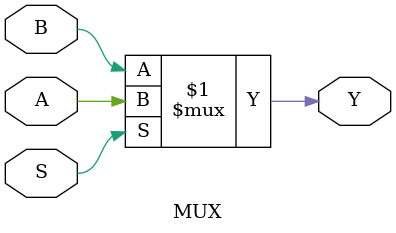
<source format=v>

module LUT2 #(
    parameter INIT = 4'h0
) (
    input  I0,
    input  I1,
    output O
);
  assign O = INIT[{I1, I0}];
endmodule


module LUT3 #(
    parameter INIT = 8'h00
) (
    input  I0,
    input  I1,
    input  I2,
    output O
);
  assign O = INIT[{I2, I1, I0}];
endmodule

module LUT4 #(
    parameter INIT = 16'h0000
) (
    input  I0,
    input  I1,
    input  I2,
    input  I3,
    output O
);
  assign O = INIT[{I3, I2, I1, I0}];
endmodule

module LUT5 #(
    parameter INIT = 32'h00000000
) (
    input  I0,
    input  I1,
    input  I2,
    input  I3,
    input  I4,
    output O
);
  assign O = INIT[{I4, I3, I2, I1, I0}];
endmodule

module LUT6 #(
    parameter INIT = 64'h0000000000000000
) (
    input  I0,
    input  I1,
    input  I2,
    input  I3,
    input  I4,
    input  I5,
    output O
);
  assign O = INIT[{I5, I4, I3, I2, I1, I0}];
endmodule

module AND2 (
    input  A,
    input  B,
    output Y
);
  assign Y = A & B;
endmodule

module NAND2 (
    input  A,
    input  B,
    output Y
);
  assign Y = ~(A & B);
endmodule


module NOR2 (
    input  A,
    input  B,
    output Y
);
  assign Y = ~(A | B);
endmodule

module OR2 (
    input  A,
    input  B,
    output Y
);
  assign Y = A | B;
endmodule

module XOR2 (
    input  A,
    input  B,
    output Y
);
  assign Y = A ^ B;
endmodule

module NOT (
    input  A,
    output Y
);
  assign Y = ~A;
endmodule

module INV (
    input  A,
    output Y
);
  assign Y = ~A;
endmodule

module MUX (
    input  A,
    input  B,
    input  S,
    output Y
);
  assign Y = S ? A : B;
endmodule

</source>
